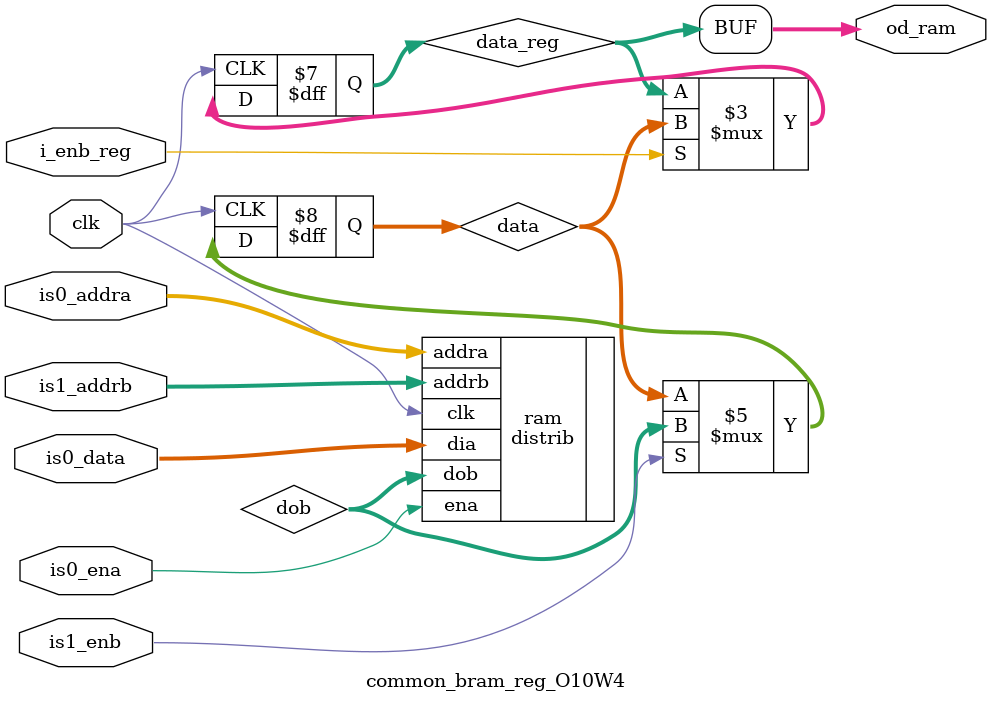
<source format=sv>
`timescale 100ps/100ps

(* keep_hierarchy = "yes" *) module common_bram_reg_O10W4 (
    input  bit clk,
    input  bit is0_ena,
    input  bit [9:0] is0_addra,
    input  bit [3:0] is0_data,
    input  bit is1_enb,
    input  bit [9:0] is1_addrb,
    input  bit i_enb_reg,
    output bit [3:0] od_ram
);


///////////////////////////////////////////////////////////
///////////////////////////////////////////////////////////
bit [3:0] data;
bit [3:0] data_reg;
bit [3:0] dob;

distrib #(
    .ORDER               (10),
    .WIDTH               (4))
ram (
    .clk                 (clk),
    .ena                 (is0_ena),
    .addra               (is0_addra),
    .dia                 (is0_data),
    .addrb               (is1_addrb),
    .dob                 (dob));


///////////////////////////////////////////////////////////
///////////////////////////////////////////////////////////
always_ff @(posedge clk)
begin
    if (is1_enb) begin
        data <= dob;
    end
end
always_ff @(posedge clk)
begin
    if (i_enb_reg) begin
        data_reg <= data;
    end
end
assign od_ram = data_reg;

endmodule
</source>
